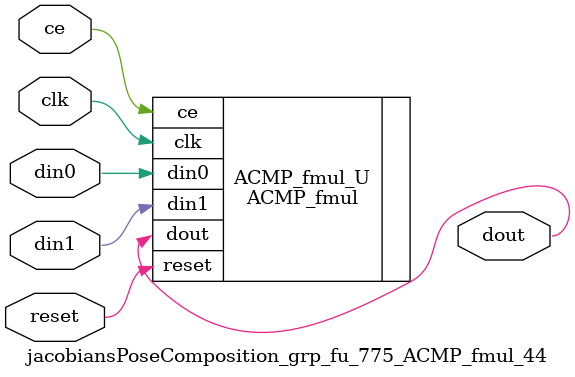
<source format=v>

`timescale 1 ns / 1 ps
module jacobiansPoseComposition_grp_fu_775_ACMP_fmul_44(
    clk,
    reset,
    ce,
    din0,
    din1,
    dout);

parameter ID = 32'd1;
parameter NUM_STAGE = 32'd1;
parameter din0_WIDTH = 32'd1;
parameter din1_WIDTH = 32'd1;
parameter dout_WIDTH = 32'd1;
input clk;
input reset;
input ce;
input[din0_WIDTH - 1:0] din0;
input[din1_WIDTH - 1:0] din1;
output[dout_WIDTH - 1:0] dout;



ACMP_fmul #(
.ID( ID ),
.NUM_STAGE( 4 ),
.din0_WIDTH( din0_WIDTH ),
.din1_WIDTH( din1_WIDTH ),
.dout_WIDTH( dout_WIDTH ))
ACMP_fmul_U(
    .clk( clk ),
    .reset( reset ),
    .ce( ce ),
    .din0( din0 ),
    .din1( din1 ),
    .dout( dout ));

endmodule

</source>
